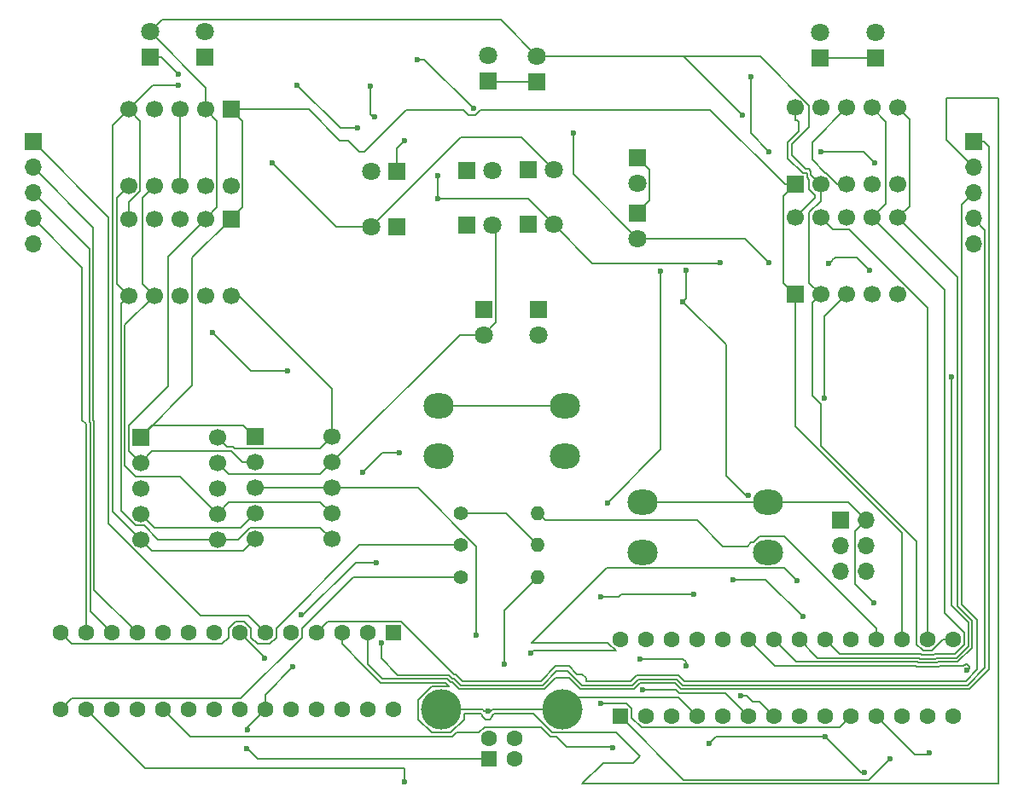
<source format=gbr>
%TF.GenerationSoftware,KiCad,Pcbnew,9.0.0*%
%TF.CreationDate,2025-02-26T11:53:00+01:00*%
%TF.ProjectId,game,67616d65-2e6b-4696-9361-645f70636258,rev?*%
%TF.SameCoordinates,Original*%
%TF.FileFunction,Copper,L1,Top*%
%TF.FilePolarity,Positive*%
%FSLAX46Y46*%
G04 Gerber Fmt 4.6, Leading zero omitted, Abs format (unit mm)*
G04 Created by KiCad (PCBNEW 9.0.0) date 2025-02-26 11:53:00*
%MOMM*%
%LPD*%
G01*
G04 APERTURE LIST*
G04 Aperture macros list*
%AMRoundRect*
0 Rectangle with rounded corners*
0 $1 Rounding radius*
0 $2 $3 $4 $5 $6 $7 $8 $9 X,Y pos of 4 corners*
0 Add a 4 corners polygon primitive as box body*
4,1,4,$2,$3,$4,$5,$6,$7,$8,$9,$2,$3,0*
0 Add four circle primitives for the rounded corners*
1,1,$1+$1,$2,$3*
1,1,$1+$1,$4,$5*
1,1,$1+$1,$6,$7*
1,1,$1+$1,$8,$9*
0 Add four rect primitives between the rounded corners*
20,1,$1+$1,$2,$3,$4,$5,0*
20,1,$1+$1,$4,$5,$6,$7,0*
20,1,$1+$1,$6,$7,$8,$9,0*
20,1,$1+$1,$8,$9,$2,$3,0*%
G04 Aperture macros list end*
%TA.AperFunction,ComponentPad*%
%ADD10C,4.000000*%
%TD*%
%TA.AperFunction,ComponentPad*%
%ADD11C,1.600000*%
%TD*%
%TA.AperFunction,ComponentPad*%
%ADD12R,1.600000X1.600000*%
%TD*%
%TA.AperFunction,ComponentPad*%
%ADD13R,1.700000X1.700000*%
%TD*%
%TA.AperFunction,ComponentPad*%
%ADD14C,1.700000*%
%TD*%
%TA.AperFunction,ComponentPad*%
%ADD15RoundRect,0.250000X-0.550000X0.550000X-0.550000X-0.550000X0.550000X-0.550000X0.550000X0.550000X0*%
%TD*%
%TA.AperFunction,ComponentPad*%
%ADD16RoundRect,0.250000X0.550000X-0.550000X0.550000X0.550000X-0.550000X0.550000X-0.550000X-0.550000X0*%
%TD*%
%TA.AperFunction,ComponentPad*%
%ADD17O,3.000000X2.500000*%
%TD*%
%TA.AperFunction,ComponentPad*%
%ADD18C,1.400000*%
%TD*%
%TA.AperFunction,ComponentPad*%
%ADD19O,1.400000X1.400000*%
%TD*%
%TA.AperFunction,ComponentPad*%
%ADD20O,1.700000X1.700000*%
%TD*%
%TA.AperFunction,ComponentPad*%
%ADD21R,1.800000X1.800000*%
%TD*%
%TA.AperFunction,ComponentPad*%
%ADD22C,1.800000*%
%TD*%
%TA.AperFunction,ViaPad*%
%ADD23C,0.600000*%
%TD*%
%TA.AperFunction,Conductor*%
%ADD24C,0.200000*%
%TD*%
G04 APERTURE END LIST*
D10*
%TO.P,J5,5,Shield*%
%TO.N,GND*%
X155000000Y-150827500D03*
X143000000Y-150827500D03*
D11*
%TO.P,J5,4,GND*%
X147750000Y-153687500D03*
%TO.P,J5,3,D+*%
%TO.N,unconnected-(J5-D+-Pad3)*%
X150250000Y-153687500D03*
%TO.P,J5,2,D-*%
%TO.N,unconnected-(J5-D--Pad2)*%
X150250000Y-155687500D03*
D12*
%TO.P,J5,1,VBUS*%
%TO.N,+5V*%
X147750000Y-155687500D03*
%TD*%
D13*
%TO.P,U10,1,G*%
%TO.N,/G*%
X124517500Y-123747500D03*
D14*
%TO.P,U10,2,F*%
%TO.N,/F*%
X124517500Y-126287500D03*
%TO.P,U10,3,GND*%
%TO.N,/DIG5*%
X124517500Y-128827500D03*
%TO.P,U10,4,E*%
%TO.N,/E*%
X124517500Y-131367500D03*
%TO.P,U10,5,D*%
%TO.N,/D*%
X124517500Y-133907500D03*
%TO.P,U10,6,DP*%
%TO.N,/DP*%
X132137500Y-133907500D03*
%TO.P,U10,7,C*%
%TO.N,/C*%
X132137500Y-131367500D03*
%TO.P,U10,8,GND*%
%TO.N,/DIG5*%
X132137500Y-128827500D03*
%TO.P,U10,9,B*%
%TO.N,/B*%
X132137500Y-126287500D03*
%TO.P,U10,10,A*%
%TO.N,/A*%
X132137500Y-123747500D03*
%TD*%
D13*
%TO.P,U9,1,G*%
%TO.N,/G*%
X113180000Y-123760000D03*
D14*
%TO.P,U9,2,F*%
%TO.N,/F*%
X113180000Y-126300000D03*
%TO.P,U9,3,GND*%
%TO.N,/DIG4*%
X113180000Y-128840000D03*
%TO.P,U9,4,E*%
%TO.N,/E*%
X113180000Y-131380000D03*
%TO.P,U9,5,D*%
%TO.N,/D*%
X113180000Y-133920000D03*
%TO.P,U9,6,DP*%
%TO.N,/DP*%
X120800000Y-133920000D03*
%TO.P,U9,7,C*%
%TO.N,/C*%
X120800000Y-131380000D03*
%TO.P,U9,8,GND*%
%TO.N,/DIG4*%
X120800000Y-128840000D03*
%TO.P,U9,9,B*%
%TO.N,/B*%
X120800000Y-126300000D03*
%TO.P,U9,10,A*%
%TO.N,/A*%
X120800000Y-123760000D03*
%TD*%
D13*
%TO.P,U8,1,G*%
%TO.N,/G*%
X122152500Y-102117500D03*
D14*
%TO.P,U8,2,F*%
%TO.N,/F*%
X119612500Y-102117500D03*
%TO.P,U8,3,GND*%
%TO.N,/DIG3*%
X117072500Y-102117500D03*
%TO.P,U8,4,E*%
%TO.N,/E*%
X114532500Y-102117500D03*
%TO.P,U8,5,D*%
%TO.N,/D*%
X111992500Y-102117500D03*
%TO.P,U8,6,DP*%
%TO.N,/DP*%
X111992500Y-109737500D03*
%TO.P,U8,7,C*%
%TO.N,/C*%
X114532500Y-109737500D03*
%TO.P,U8,8,GND*%
%TO.N,/DIG3*%
X117072500Y-109737500D03*
%TO.P,U8,9,B*%
%TO.N,/B*%
X119612500Y-109737500D03*
%TO.P,U8,10,A*%
%TO.N,/A*%
X122152500Y-109737500D03*
%TD*%
D13*
%TO.P,U7,1,G*%
%TO.N,/G*%
X122152500Y-91217500D03*
D14*
%TO.P,U7,2,F*%
%TO.N,/F*%
X119612500Y-91217500D03*
%TO.P,U7,3,GND*%
%TO.N,/DIG2*%
X117072500Y-91217500D03*
%TO.P,U7,4,E*%
%TO.N,/E*%
X114532500Y-91217500D03*
%TO.P,U7,5,D*%
%TO.N,/D*%
X111992500Y-91217500D03*
%TO.P,U7,6,DP*%
%TO.N,/DP*%
X111992500Y-98837500D03*
%TO.P,U7,7,C*%
%TO.N,/C*%
X114532500Y-98837500D03*
%TO.P,U7,8,GND*%
%TO.N,/DIG2*%
X117072500Y-98837500D03*
%TO.P,U7,9,B*%
%TO.N,/B*%
X119612500Y-98837500D03*
%TO.P,U7,10,A*%
%TO.N,/A*%
X122152500Y-98837500D03*
%TD*%
D13*
%TO.P,U6,1,G*%
%TO.N,/G*%
X178147500Y-98682500D03*
D14*
%TO.P,U6,2,F*%
%TO.N,/F*%
X180687500Y-98682500D03*
%TO.P,U6,3,GND*%
%TO.N,/DIG1*%
X183227500Y-98682500D03*
%TO.P,U6,4,E*%
%TO.N,/E*%
X185767500Y-98682500D03*
%TO.P,U6,5,D*%
%TO.N,/D*%
X188307500Y-98682500D03*
%TO.P,U6,6,DP*%
%TO.N,/DP*%
X188307500Y-91062500D03*
%TO.P,U6,7,C*%
%TO.N,/C*%
X185767500Y-91062500D03*
%TO.P,U6,8,GND*%
%TO.N,/DIG1*%
X183227500Y-91062500D03*
%TO.P,U6,9,B*%
%TO.N,/B*%
X180687500Y-91062500D03*
%TO.P,U6,10,A*%
%TO.N,/A*%
X178147500Y-91062500D03*
%TD*%
D13*
%TO.P,U5,1,G*%
%TO.N,/G*%
X178147500Y-109582500D03*
D14*
%TO.P,U5,2,F*%
%TO.N,/F*%
X180687500Y-109582500D03*
%TO.P,U5,3,GND*%
%TO.N,/DIG0*%
X183227500Y-109582500D03*
%TO.P,U5,4,E*%
%TO.N,/E*%
X185767500Y-109582500D03*
%TO.P,U5,5,D*%
%TO.N,/D*%
X188307500Y-109582500D03*
%TO.P,U5,6,DP*%
%TO.N,/DP*%
X188307500Y-101962500D03*
%TO.P,U5,7,C*%
%TO.N,/C*%
X185767500Y-101962500D03*
%TO.P,U5,8,GND*%
%TO.N,/DIG0*%
X183227500Y-101962500D03*
%TO.P,U5,9,B*%
%TO.N,/B*%
X180687500Y-101962500D03*
%TO.P,U5,10,A*%
%TO.N,/A*%
X178147500Y-101962500D03*
%TD*%
D15*
%TO.P,U2,1,~{RESET}/PC6*%
%TO.N,unconnected-(U2-~{RESET}{slash}PC6-Pad1)*%
X138260000Y-143195000D03*
D11*
%TO.P,U2,2,PD0*%
%TO.N,/PD0*%
X135720000Y-143195000D03*
%TO.P,U2,3,PD1*%
%TO.N,/PD1*%
X133180000Y-143195000D03*
%TO.P,U2,4,PD2*%
%TO.N,/PD2*%
X130640000Y-143195000D03*
%TO.P,U2,5,PD3*%
%TO.N,/PD3*%
X128100000Y-143195000D03*
%TO.P,U2,6,PD4*%
%TO.N,/PD4*%
X125560000Y-143195000D03*
%TO.P,U2,7,VCC*%
%TO.N,+5V*%
X123020000Y-143195000D03*
%TO.P,U2,8,GND*%
%TO.N,GND*%
X120480000Y-143195000D03*
%TO.P,U2,9,XTAL1/PB6*%
%TO.N,unconnected-(U2-XTAL1{slash}PB6-Pad9)*%
X117940000Y-143195000D03*
%TO.P,U2,10,XTAL2/PB7*%
%TO.N,unconnected-(U2-XTAL2{slash}PB7-Pad10)*%
X115400000Y-143195000D03*
%TO.P,U2,11,PD5*%
%TO.N,/PD5*%
X112860000Y-143195000D03*
%TO.P,U2,12,PD6*%
%TO.N,/PD6*%
X110320000Y-143195000D03*
%TO.P,U2,13,PD7*%
%TO.N,/PD7*%
X107780000Y-143195000D03*
%TO.P,U2,14,PB0*%
%TO.N,/PB0*%
X105240000Y-143195000D03*
%TO.P,U2,15,PB1*%
%TO.N,/PB1*%
X105240000Y-150815000D03*
%TO.P,U2,16,PB2*%
%TO.N,/LOAD*%
X107780000Y-150815000D03*
%TO.P,U2,17,PB3*%
%TO.N,MOSI*%
X110320000Y-150815000D03*
%TO.P,U2,18,PB4*%
%TO.N,MISO*%
X112860000Y-150815000D03*
%TO.P,U2,19,PB5*%
%TO.N,SCK*%
X115400000Y-150815000D03*
%TO.P,U2,20,AVCC*%
%TO.N,unconnected-(U2-AVCC-Pad20)*%
X117940000Y-150815000D03*
%TO.P,U2,21,AREF*%
%TO.N,unconnected-(U2-AREF-Pad21)*%
X120480000Y-150815000D03*
%TO.P,U2,22,GND*%
%TO.N,GND*%
X123020000Y-150815000D03*
%TO.P,U2,23,PC0*%
%TO.N,+5V*%
X125560000Y-150815000D03*
%TO.P,U2,24,PC1*%
%TO.N,unconnected-(U2-PC1-Pad24)*%
X128100000Y-150815000D03*
%TO.P,U2,25,PC2*%
%TO.N,unconnected-(U2-PC2-Pad25)*%
X130640000Y-150815000D03*
%TO.P,U2,26,PC3*%
%TO.N,unconnected-(U2-PC3-Pad26)*%
X133180000Y-150815000D03*
%TO.P,U2,27,PC4*%
%TO.N,unconnected-(U2-PC4-Pad27)*%
X135720000Y-150815000D03*
%TO.P,U2,28,PC5*%
%TO.N,unconnected-(U2-PC5-Pad28)*%
X138260000Y-150815000D03*
%TD*%
D16*
%TO.P,U1,1,DIN*%
%TO.N,MOSI*%
X160780000Y-151500000D03*
D11*
%TO.P,U1,2,DIG_0*%
%TO.N,/DIG0*%
X163320000Y-151500000D03*
%TO.P,U1,3,DIG_4*%
%TO.N,/DIG4*%
X165860000Y-151500000D03*
%TO.P,U1,4,GND*%
%TO.N,GND*%
X168400000Y-151500000D03*
%TO.P,U1,5,DIG_6*%
%TO.N,/DIG6*%
X170940000Y-151500000D03*
%TO.P,U1,6,DIG_2*%
%TO.N,/DIG2*%
X173480000Y-151500000D03*
%TO.P,U1,7,DIG_3*%
%TO.N,/DIG3*%
X176020000Y-151500000D03*
%TO.P,U1,8,DIG_7*%
%TO.N,/DIG7*%
X178560000Y-151500000D03*
%TO.P,U1,9,GND*%
%TO.N,GND*%
X181100000Y-151500000D03*
%TO.P,U1,10,DIG_5*%
%TO.N,/DIG5*%
X183640000Y-151500000D03*
%TO.P,U1,11,DIG_1*%
%TO.N,/DIG1*%
X186180000Y-151500000D03*
%TO.P,U1,12,LOAD*%
%TO.N,/LOAD*%
X188720000Y-151500000D03*
%TO.P,U1,13,CLK*%
%TO.N,SCK*%
X191260000Y-151500000D03*
%TO.P,U1,14,SEG_A*%
%TO.N,/A*%
X193800000Y-151500000D03*
%TO.P,U1,15,SEG_F*%
%TO.N,/F*%
X193800000Y-143880000D03*
%TO.P,U1,16,SEG_B*%
%TO.N,/B*%
X191260000Y-143880000D03*
%TO.P,U1,17,SEG_G*%
%TO.N,/G*%
X188720000Y-143880000D03*
%TO.P,U1,18,ISET*%
%TO.N,Net-(U1-ISET)*%
X186180000Y-143880000D03*
%TO.P,U1,19,V+*%
%TO.N,+5V*%
X183640000Y-143880000D03*
%TO.P,U1,20,SEG_C*%
%TO.N,/C*%
X181100000Y-143880000D03*
%TO.P,U1,21,SEG_E*%
%TO.N,/E*%
X178560000Y-143880000D03*
%TO.P,U1,22,SEG_DP*%
%TO.N,/DP*%
X176020000Y-143880000D03*
%TO.P,U1,23,SEG_D*%
%TO.N,/D*%
X173480000Y-143880000D03*
%TO.P,U1,24,DOUT*%
%TO.N,unconnected-(U1-DOUT-Pad24)*%
X170940000Y-143880000D03*
%TO.P,U1,25*%
%TO.N,N/C*%
X168400000Y-143880000D03*
%TO.P,U1,26*%
X165860000Y-143880000D03*
%TO.P,U1,27*%
X163320000Y-143880000D03*
%TO.P,U1,28*%
X160780000Y-143880000D03*
%TD*%
D17*
%TO.P,SW4,1,1*%
%TO.N,+5V*%
X162950000Y-130200000D03*
X175450000Y-130200000D03*
%TO.P,SW4,2,2*%
%TO.N,unconnected-(SW4-Pad2)*%
X162950000Y-135200000D03*
%TO.N,unconnected-(SW4-Pad2)_1*%
X175450000Y-135200000D03*
%TD*%
%TO.P,SW3,1,1*%
%TO.N,+5V*%
X142750000Y-120700000D03*
X155250000Y-120700000D03*
%TO.P,SW3,2,2*%
%TO.N,unconnected-(SW3-Pad2)*%
X142750000Y-125700000D03*
%TO.N,unconnected-(SW3-Pad2)_1*%
X155250000Y-125700000D03*
%TD*%
D18*
%TO.P,R3,1*%
%TO.N,/PB1*%
X144980000Y-137650000D03*
D19*
%TO.P,R3,2*%
%TO.N,GND*%
X152600000Y-137650000D03*
%TD*%
D18*
%TO.P,R2,1*%
%TO.N,/PB0*%
X144980000Y-134500000D03*
D19*
%TO.P,R2,2*%
%TO.N,GND*%
X152600000Y-134500000D03*
%TD*%
D18*
%TO.P,R1,1*%
%TO.N,GND*%
X144980000Y-131350000D03*
D19*
%TO.P,R1,2*%
%TO.N,Net-(U1-ISET)*%
X152600000Y-131350000D03*
%TD*%
D13*
%TO.P,J6,1,Pin_1*%
%TO.N,MISO*%
X182650000Y-131975000D03*
D20*
%TO.P,J6,2,Pin_2*%
%TO.N,+5V*%
X185190000Y-131975000D03*
%TO.P,J6,3,Pin_3*%
%TO.N,SCK*%
X182650000Y-134515000D03*
%TO.P,J6,4,Pin_4*%
%TO.N,MOSI*%
X185190000Y-134515000D03*
%TO.P,J6,5,Pin_5*%
%TO.N,Reset*%
X182650000Y-137055000D03*
%TO.P,J6,6,Pin_6*%
%TO.N,GND*%
X185190000Y-137055000D03*
%TD*%
D13*
%TO.P,J4,1,Pin_1*%
%TO.N,/PD4*%
X102500000Y-94420000D03*
D20*
%TO.P,J4,2,Pin_2*%
%TO.N,/PD5*%
X102500000Y-96960000D03*
%TO.P,J4,3,Pin_3*%
%TO.N,/PD6*%
X102500000Y-99500000D03*
%TO.P,J4,4,Pin_4*%
%TO.N,/PD7*%
X102500000Y-102040000D03*
%TO.P,J4,5,Pin_5*%
%TO.N,GND*%
X102500000Y-104580000D03*
%TD*%
D13*
%TO.P,J3,1,Pin_1*%
%TO.N,/PD0*%
X195800000Y-94440000D03*
D20*
%TO.P,J3,2,Pin_2*%
%TO.N,/PD1*%
X195800000Y-96980000D03*
%TO.P,J3,3,Pin_3*%
%TO.N,/PD2*%
X195800000Y-99520000D03*
%TO.P,J3,4,Pin_4*%
%TO.N,/PD3*%
X195800000Y-102060000D03*
%TO.P,J3,5,Pin_5*%
%TO.N,GND*%
X195800000Y-104600000D03*
%TD*%
D21*
%TO.P,D16,1,K*%
%TO.N,/DIG7*%
X119570000Y-86070000D03*
D22*
%TO.P,D16,2,A*%
%TO.N,/DP*%
X119570000Y-83530000D03*
%TD*%
D21*
%TO.P,D15,1,K*%
%TO.N,/DIG7*%
X114100000Y-86070000D03*
D22*
%TO.P,D15,2,A*%
%TO.N,/F*%
X114100000Y-83530000D03*
%TD*%
D21*
%TO.P,D14,1,K*%
%TO.N,/DIG7*%
X186100000Y-86100000D03*
D22*
%TO.P,D14,2,A*%
%TO.N,/F*%
X186100000Y-83560000D03*
%TD*%
D21*
%TO.P,D13,1,K*%
%TO.N,/DIG7*%
X180630000Y-86100000D03*
D22*
%TO.P,D13,2,A*%
%TO.N,/E*%
X180630000Y-83560000D03*
%TD*%
D21*
%TO.P,D12,1,K*%
%TO.N,/DIG7*%
X138640000Y-97400000D03*
D22*
%TO.P,D12,2,A*%
%TO.N,/D*%
X136100000Y-97400000D03*
%TD*%
D21*
%TO.P,D11,1,K*%
%TO.N,/DIG7*%
X138640000Y-102870000D03*
D22*
%TO.P,D11,2,A*%
%TO.N,/C*%
X136100000Y-102870000D03*
%TD*%
D21*
%TO.P,D10,1,K*%
%TO.N,/DIG7*%
X147200000Y-111060000D03*
D22*
%TO.P,D10,2,A*%
%TO.N,/B*%
X147200000Y-113600000D03*
%TD*%
D21*
%TO.P,D9,1,K*%
%TO.N,/DIG7*%
X152670000Y-111060000D03*
D22*
%TO.P,D9,2,A*%
%TO.N,/A*%
X152670000Y-113600000D03*
%TD*%
D21*
%TO.P,D8,1,K*%
%TO.N,/DIG6*%
X162500000Y-101500000D03*
D22*
%TO.P,D8,2,A*%
%TO.N,/DP*%
X162500000Y-104040000D03*
%TD*%
D21*
%TO.P,D7,1,K*%
%TO.N,/DIG6*%
X162500000Y-96000000D03*
D22*
%TO.P,D7,2,A*%
%TO.N,/F*%
X162500000Y-98540000D03*
%TD*%
D21*
%TO.P,D6,1,K*%
%TO.N,/DIG6*%
X152500000Y-88470000D03*
D22*
%TO.P,D6,2,A*%
%TO.N,/F*%
X152500000Y-85930000D03*
%TD*%
D21*
%TO.P,D5,1,K*%
%TO.N,/DIG6*%
X147700000Y-88400000D03*
D22*
%TO.P,D5,2,A*%
%TO.N,/E*%
X147700000Y-85860000D03*
%TD*%
D21*
%TO.P,D4,1,K*%
%TO.N,/DIG6*%
X151660000Y-102670000D03*
D22*
%TO.P,D4,2,A*%
%TO.N,/D*%
X154200000Y-102670000D03*
%TD*%
D21*
%TO.P,D3,1,K*%
%TO.N,/DIG6*%
X151660000Y-97200000D03*
D22*
%TO.P,D3,2,A*%
%TO.N,/C*%
X154200000Y-97200000D03*
%TD*%
D21*
%TO.P,D2,1,K*%
%TO.N,/DIG6*%
X145560000Y-102730000D03*
D22*
%TO.P,D2,2,A*%
%TO.N,/B*%
X148100000Y-102730000D03*
%TD*%
D21*
%TO.P,D1,1,K*%
%TO.N,/DIG6*%
X145560000Y-97260000D03*
D22*
%TO.P,D1,2,A*%
%TO.N,/A*%
X148100000Y-97260000D03*
%TD*%
D23*
%TO.N,GND*%
X184980871Y-157050000D03*
%TO.N,+5V*%
X129100000Y-141400000D03*
X136600000Y-136200000D03*
X135200000Y-127300000D03*
X138816502Y-125339967D03*
X125500000Y-145700000D03*
X128300000Y-146600000D03*
X123800000Y-152800000D03*
X123700000Y-154700000D03*
%TO.N,GND*%
X169600000Y-154200000D03*
X181100000Y-153500000D03*
%TO.N,+5V*%
X185900000Y-140200000D03*
%TO.N,GND*%
X149300000Y-146300000D03*
X147617940Y-150974689D03*
%TO.N,/DIG5*%
X146500000Y-143400000D03*
X158839293Y-150251000D03*
%TO.N,/DIG1*%
X191401748Y-155101748D03*
%TO.N,/DIG7*%
X139400000Y-94300000D03*
X136400000Y-92000000D03*
X136000000Y-88900000D03*
X116900000Y-87700000D03*
X167300000Y-107200000D03*
X175500000Y-95400000D03*
X173700000Y-88000000D03*
X167000000Y-110300000D03*
X173489289Y-129550000D03*
X172000000Y-137900000D03*
X178900000Y-141600000D03*
%TO.N,/DIG6*%
X167300000Y-146500000D03*
X162700000Y-145800000D03*
X159500000Y-130300000D03*
X164800000Y-107300000D03*
%TO.N,/F*%
X172900000Y-91800000D03*
%TO.N,/DIG3*%
X120300000Y-113400000D03*
X127800000Y-117200000D03*
X158850000Y-139646831D03*
X168100000Y-139400000D03*
X172700000Y-149450000D03*
%TO.N,/DIG2*%
X163000000Y-148850000D03*
%TO.N,SCK*%
X160000000Y-154600000D03*
%TO.N,MOSI*%
X187500000Y-155700000D03*
%TO.N,MISO*%
X178300000Y-138000000D03*
X151866111Y-145251000D03*
%TO.N,/LOAD*%
X139400000Y-158000000D03*
%TO.N,/PD3*%
X137047700Y-144193761D03*
%TO.N,/D*%
X195150000Y-146896142D03*
X186000000Y-96500000D03*
X180700000Y-95400000D03*
X170700000Y-106400000D03*
X142700000Y-100100000D03*
X142700000Y-97800000D03*
X134700000Y-93100000D03*
X128700000Y-88800000D03*
X116900000Y-88800000D03*
%TO.N,/DP*%
X185500000Y-107200000D03*
X181426500Y-106509278D03*
X175500000Y-106400000D03*
X156100000Y-93600000D03*
X146210000Y-91109620D03*
X140650000Y-86250000D03*
%TO.N,/E*%
X193599004Y-117817091D03*
%TO.N,/DIG0*%
X181049291Y-119912801D03*
%TO.N,/C*%
X126200000Y-96500000D03*
%TD*%
D24*
%TO.N,GND*%
X184650000Y-157050000D02*
X181100000Y-153500000D01*
X184980871Y-157050000D02*
X184650000Y-157050000D01*
%TO.N,MOSI*%
X185400000Y-157800000D02*
X167080000Y-157800000D01*
X187500000Y-155700000D02*
X185400000Y-157800000D01*
%TO.N,/PD1*%
X133180000Y-144326370D02*
X133180000Y-143195000D01*
X135319000Y-146466784D02*
X135319000Y-146465370D01*
X137034216Y-148182000D02*
X135319000Y-146466784D01*
X143777774Y-148526500D02*
X143433274Y-148182000D01*
X142046894Y-148526500D02*
X143777774Y-148526500D01*
X140699000Y-151780606D02*
X140699000Y-149874394D01*
X142046894Y-153128500D02*
X140699000Y-151780606D01*
X143953106Y-153128500D02*
X142046894Y-153128500D01*
X145301000Y-151780606D02*
X143953106Y-153128500D01*
X140699000Y-149874394D02*
X142046894Y-148526500D01*
X146961400Y-151228500D02*
X145301000Y-151228500D01*
X148101000Y-151507521D02*
X147807521Y-151801000D01*
X148101000Y-151366100D02*
X148101000Y-151507521D01*
X145301000Y-151228500D02*
X145301000Y-151780606D01*
X148238600Y-151228500D02*
X148101000Y-151366100D01*
X147099000Y-151366100D02*
X146961400Y-151228500D01*
X152146894Y-151228500D02*
X148238600Y-151228500D01*
X154046894Y-153128500D02*
X152146894Y-151228500D01*
X160394185Y-153128500D02*
X154046894Y-153128500D01*
X162700000Y-155434315D02*
X160394185Y-153128500D01*
X147099000Y-151507521D02*
X147099000Y-151366100D01*
X162034315Y-156100000D02*
X162700000Y-155434315D01*
X159066629Y-156100000D02*
X162034315Y-156100000D01*
X166913315Y-158199000D02*
X156967629Y-158199000D01*
X156967629Y-158199000D02*
X159066629Y-156100000D01*
X166914314Y-158200000D02*
X166913315Y-158199000D01*
X185565685Y-158200000D02*
X166914314Y-158200000D01*
X143433274Y-148182000D02*
X137034216Y-148182000D01*
X185566686Y-158199000D02*
X185565685Y-158200000D01*
X135319000Y-146465370D02*
X133180000Y-144326370D01*
X198299000Y-158199000D02*
X185566686Y-158199000D01*
X198299000Y-90101000D02*
X198299000Y-158199000D01*
X147392479Y-151801000D02*
X147099000Y-151507521D01*
X198298000Y-90100000D02*
X198299000Y-90101000D01*
X193100000Y-90100000D02*
X198298000Y-90100000D01*
X195800000Y-96980000D02*
X193100000Y-94280000D01*
X193100000Y-94280000D02*
X193100000Y-90100000D01*
%TO.N,MOSI*%
X167080000Y-157800000D02*
X160780000Y-151500000D01*
%TO.N,/PD1*%
X147807521Y-151801000D02*
X147392479Y-151801000D01*
%TO.N,/DIG1*%
X191280760Y-155300000D02*
X191401748Y-155179012D01*
X189980000Y-155300000D02*
X191280760Y-155300000D01*
X186180000Y-151500000D02*
X189980000Y-155300000D01*
X191401748Y-155179012D02*
X191401748Y-155101748D01*
%TO.N,/D*%
X195432327Y-146761318D02*
X195337604Y-146856041D01*
X195432327Y-146651567D02*
X195432327Y-146761318D01*
X195416041Y-146595528D02*
X195416041Y-146635281D01*
X195416041Y-146635281D02*
X195432327Y-146651567D01*
X195250873Y-146425726D02*
X195250873Y-146430360D01*
X195117878Y-146292731D02*
X195250873Y-146425726D01*
X195337604Y-146856041D02*
X195324763Y-146856041D01*
X195041046Y-146292731D02*
X195117878Y-146292731D01*
X194833777Y-146500000D02*
X195041046Y-146292731D01*
X190140212Y-146580000D02*
X192379794Y-146580000D01*
X190060212Y-146500000D02*
X190140212Y-146580000D01*
X176100000Y-146500000D02*
X190060212Y-146500000D01*
X192459795Y-146500000D02*
X194833777Y-146500000D01*
X195324763Y-146856041D02*
X195284662Y-146896142D01*
X195250873Y-146430360D02*
X195416041Y-146595528D01*
X192379794Y-146580000D02*
X192459795Y-146500000D01*
X173480000Y-143880000D02*
X176100000Y-146500000D01*
X195284662Y-146896142D02*
X195150000Y-146896142D01*
%TO.N,+5V*%
X136600000Y-136200000D02*
X134500000Y-136200000D01*
X134500000Y-136200000D02*
X129200000Y-141500000D01*
X137160033Y-125339967D02*
X135200000Y-127300000D01*
X138816502Y-125339967D02*
X137160033Y-125339967D01*
X142750000Y-120700000D02*
X155250000Y-120700000D01*
X125500000Y-145675000D02*
X123020000Y-143195000D01*
X125500000Y-145700000D02*
X125500000Y-145675000D01*
%TO.N,/PB0*%
X121274050Y-144296000D02*
X106341000Y-144296000D01*
X121919000Y-143651050D02*
X121274050Y-144296000D01*
X121919000Y-142738950D02*
X121919000Y-143651050D01*
X122563950Y-142094000D02*
X121919000Y-142738950D01*
X123476050Y-142094000D02*
X122563950Y-142094000D01*
X126016050Y-144296000D02*
X124765950Y-144296000D01*
X124765950Y-144296000D02*
X124121000Y-143651050D01*
X124121000Y-143651050D02*
X124121000Y-142738950D01*
X126661000Y-142738950D02*
X126661000Y-143651050D01*
X134899950Y-134500000D02*
X126661000Y-142738950D01*
X144980000Y-134500000D02*
X134899950Y-134500000D01*
X126661000Y-143651050D02*
X126016050Y-144296000D01*
X106341000Y-144296000D02*
X105240000Y-143195000D01*
X124121000Y-142738950D02*
X123476050Y-142094000D01*
%TO.N,+5V*%
X125560000Y-149340000D02*
X128300000Y-146600000D01*
X125560000Y-150815000D02*
X125560000Y-149340000D01*
X123800000Y-152800000D02*
X123800000Y-152575000D01*
X123800000Y-152575000D02*
X125560000Y-150815000D01*
X124787500Y-155687500D02*
X123800000Y-154700000D01*
X147750000Y-155687500D02*
X124787500Y-155687500D01*
%TO.N,GND*%
X156226500Y-149601000D02*
X155000000Y-150827500D01*
X166501000Y-149601000D02*
X156226500Y-149601000D01*
X168400000Y-151500000D02*
X166501000Y-149601000D01*
%TO.N,SCK*%
X159900000Y-154500000D02*
X160000000Y-154600000D01*
X155418394Y-154500000D02*
X159900000Y-154500000D01*
X154446894Y-153528500D02*
X155418394Y-154500000D01*
X153881209Y-153528500D02*
X154446894Y-153528500D01*
X152939208Y-152586500D02*
X153881209Y-153528500D01*
X147293950Y-152586500D02*
X152939208Y-152586500D01*
X146751950Y-153128500D02*
X147293950Y-152586500D01*
X144118792Y-153528500D02*
X144518792Y-153128500D01*
X118113500Y-153528500D02*
X144118792Y-153528500D01*
X115400000Y-150815000D02*
X118113500Y-153528500D01*
%TO.N,/DIG5*%
X161417160Y-150251000D02*
X158839293Y-150251000D01*
X161881000Y-150714840D02*
X161417160Y-150251000D01*
X161881000Y-151618050D02*
X161881000Y-150714840D01*
X162863950Y-152601000D02*
X161881000Y-151618050D01*
X182539000Y-152601000D02*
X162863950Y-152601000D01*
X183640000Y-151500000D02*
X182539000Y-152601000D01*
%TO.N,GND*%
X147274689Y-150974689D02*
X147617940Y-150974689D01*
X147127500Y-150827500D02*
X147274689Y-150974689D01*
X143000000Y-150827500D02*
X147127500Y-150827500D01*
X147925311Y-150974689D02*
X147617940Y-150974689D01*
X148072500Y-150827500D02*
X147925311Y-150974689D01*
X155000000Y-150827500D02*
X148072500Y-150827500D01*
%TO.N,/PD2*%
X131741000Y-142094000D02*
X130640000Y-143195000D01*
X139045160Y-142094000D02*
X131741000Y-142094000D01*
X144277661Y-147326501D02*
X139045160Y-142094000D01*
X152876336Y-148000000D02*
X145123662Y-148000000D01*
X155676661Y-146500000D02*
X154376336Y-146500000D01*
X156476661Y-147300000D02*
X155676661Y-146500000D01*
X156965686Y-147300000D02*
X156476661Y-147300000D01*
X157357976Y-147692290D02*
X156965686Y-147300000D01*
X161799389Y-148000000D02*
X157357976Y-148000000D01*
X157357976Y-148000000D02*
X157357976Y-147692290D01*
X162399389Y-147400000D02*
X161799389Y-148000000D01*
X144450159Y-147326499D02*
X144277661Y-147326501D01*
X167162735Y-148000000D02*
X166562735Y-147400000D01*
X154376336Y-146500000D02*
X152876336Y-148000000D01*
X195065767Y-148000000D02*
X167162735Y-148000000D01*
X196201000Y-146864767D02*
X195065767Y-148000000D01*
X196201000Y-141947744D02*
X196201000Y-146864767D01*
X194649000Y-140395744D02*
X196201000Y-141947744D01*
X195800000Y-99520000D02*
X194649000Y-100671000D01*
X166562735Y-147400000D02*
X162399389Y-147400000D01*
X194649000Y-100671000D02*
X194649000Y-140395744D01*
%TO.N,/PD3*%
X161965075Y-148400000D02*
X156957976Y-148400000D01*
X166997052Y-148400000D02*
X166397052Y-147800000D01*
X196950000Y-146681452D02*
X195231452Y-148400000D01*
X195231452Y-148400000D02*
X166997052Y-148400000D01*
%TO.N,/PD0*%
X135720000Y-146300684D02*
X135720000Y-143195000D01*
X143944874Y-148126500D02*
X143599373Y-147781000D01*
X144118794Y-148126503D02*
X143946301Y-148126505D01*
%TO.N,/PD3*%
X195800000Y-102060000D02*
X196950000Y-103210000D01*
%TO.N,/PD0*%
X153207706Y-148800000D02*
X144792291Y-148800000D01*
X143599373Y-147781000D02*
X137200316Y-147781000D01*
X166831369Y-148800000D02*
X166231369Y-148200000D01*
X155692290Y-147700000D02*
X154307706Y-147700000D01*
X195397137Y-148800000D02*
X166831369Y-148800000D01*
X156792290Y-148800000D02*
X155692290Y-147700000D01*
X197351000Y-146846137D02*
X195397137Y-148800000D01*
%TO.N,/PD2*%
X145123662Y-148000000D02*
X144450159Y-147326499D01*
%TO.N,/PD0*%
X197351000Y-94941000D02*
X197351000Y-146846137D01*
X196850000Y-94440000D02*
X197351000Y-94941000D01*
%TO.N,/PD3*%
X196950000Y-103210000D02*
X196950000Y-146681452D01*
%TO.N,/PD0*%
X195800000Y-94440000D02*
X196850000Y-94440000D01*
%TO.N,/DIG2*%
X166665686Y-149200000D02*
X166315686Y-148850000D01*
X171180000Y-149200000D02*
X166665686Y-149200000D01*
%TO.N,/PD0*%
X162730761Y-148200000D02*
X162130761Y-148800000D01*
%TO.N,/DIG2*%
X173480000Y-151500000D02*
X171180000Y-149200000D01*
X166315686Y-148850000D02*
X163000000Y-148850000D01*
%TO.N,SCK*%
X144518792Y-153128500D02*
X146751950Y-153128500D01*
%TO.N,/PD0*%
X144792291Y-148800000D02*
X144118794Y-148126503D01*
X154307706Y-147700000D02*
X153207706Y-148800000D01*
X166231369Y-148200000D02*
X162730761Y-148200000D01*
%TO.N,/PD3*%
X162565075Y-147800000D02*
X161965075Y-148400000D01*
%TO.N,/PD0*%
X137200316Y-147781000D02*
X135720000Y-146300684D01*
X162130761Y-148800000D02*
X156792290Y-148800000D01*
%TO.N,/PD3*%
X166397052Y-147800000D02*
X162565075Y-147800000D01*
%TO.N,/PD0*%
X143946301Y-148126505D02*
X143946292Y-148126500D01*
X143946292Y-148126500D02*
X143944874Y-148126500D01*
%TO.N,GND*%
X170300000Y-153500000D02*
X169600000Y-154200000D01*
X181100000Y-153500000D02*
X170300000Y-153500000D01*
%TO.N,+5V*%
X184039000Y-133126000D02*
X184039000Y-138339000D01*
X185190000Y-131975000D02*
X184039000Y-133126000D01*
X184039000Y-138339000D02*
X185900000Y-140200000D01*
X183415000Y-130200000D02*
X185190000Y-131975000D01*
X175450000Y-130200000D02*
X183415000Y-130200000D01*
X162950000Y-130200000D02*
X175450000Y-130200000D01*
%TO.N,/DIG7*%
X173269240Y-129550000D02*
X173489289Y-129550000D01*
X171300000Y-127580760D02*
X173269240Y-129550000D01*
X171300000Y-114600000D02*
X171300000Y-127580760D01*
X167000000Y-110300000D02*
X171300000Y-114600000D01*
%TO.N,Net-(U1-ISET)*%
X186180000Y-142748630D02*
X186180000Y-143880000D01*
X174557555Y-133649000D02*
X177080370Y-133649000D01*
X170934314Y-134600000D02*
X173365686Y-134600000D01*
X152600000Y-131350000D02*
X153300000Y-132050000D01*
X174006555Y-134200000D02*
X174557555Y-133649000D01*
X153300000Y-132050000D02*
X168384314Y-132050000D01*
X177080370Y-133649000D02*
X186180000Y-142748630D01*
X173365686Y-134600000D02*
X173765686Y-134200000D01*
X168384314Y-132050000D02*
X170934314Y-134600000D01*
X173765686Y-134200000D02*
X174006555Y-134200000D01*
%TO.N,GND*%
X149450000Y-131350000D02*
X152600000Y-134500000D01*
X144980000Y-131350000D02*
X149450000Y-131350000D01*
X149300000Y-140950000D02*
X152600000Y-137650000D01*
X149300000Y-146300000D02*
X149300000Y-140950000D01*
%TO.N,/PD3*%
X138680000Y-147380000D02*
X137047700Y-145747700D01*
X144110561Y-147726501D02*
X143764060Y-147380000D01*
X144111975Y-147726501D02*
X144110561Y-147726501D01*
X144111981Y-147726503D02*
X144111975Y-147726501D01*
X144957977Y-148400000D02*
X144284477Y-147726501D01*
X143764060Y-147380000D02*
X138680000Y-147380000D01*
X153042021Y-148400000D02*
X144957977Y-148400000D01*
X154442021Y-147000000D02*
X153042021Y-148400000D01*
X137047700Y-145747700D02*
X137047700Y-144193761D01*
X144284477Y-147726501D02*
X144111981Y-147726503D01*
X155557976Y-147000000D02*
X154442021Y-147000000D01*
X156957976Y-148400000D02*
X155557976Y-147000000D01*
X156957976Y-148400000D02*
X156960098Y-148397878D01*
X156960098Y-148397878D02*
X156290720Y-147728500D01*
%TO.N,/DIG3*%
X160653169Y-139646831D02*
X160900000Y-139400000D01*
X158850000Y-139646831D02*
X160653169Y-139646831D01*
X160900000Y-139400000D02*
X168100000Y-139400000D01*
%TO.N,/DIG5*%
X140723128Y-128827500D02*
X132137500Y-128827500D01*
X146500000Y-143400000D02*
X146500000Y-134604372D01*
X146500000Y-134604372D02*
X140723128Y-128827500D01*
%TO.N,/F*%
X191717049Y-144980000D02*
X192817050Y-143880000D01*
X190722959Y-144900002D02*
X190802957Y-144980000D01*
X190722952Y-144900002D02*
X190722959Y-144900002D01*
X190159000Y-144336050D02*
X190722952Y-144900002D01*
X190159000Y-134154412D02*
X190159000Y-144336050D01*
X180687500Y-124682912D02*
X190159000Y-134154412D01*
X180687500Y-120470249D02*
X180687500Y-124682912D01*
X179837500Y-119620249D02*
X180687500Y-120470249D01*
X180687500Y-109582500D02*
X179837500Y-110432500D01*
%TO.N,/DIG0*%
X181049291Y-111760709D02*
X181049291Y-119912801D01*
%TO.N,/F*%
X190802957Y-144980000D02*
X191717049Y-144980000D01*
%TO.N,/DIG0*%
X183227500Y-109582500D02*
X181049291Y-111760709D01*
%TO.N,/DP*%
X181537891Y-106509278D02*
X181426500Y-106509278D01*
X181609073Y-106438096D02*
X181537891Y-106509278D01*
X181796141Y-106233491D02*
X181713751Y-106315881D01*
X182100000Y-105900000D02*
X181796141Y-106203859D01*
%TO.N,/F*%
X192817050Y-143880000D02*
X193800000Y-143880000D01*
%TO.N,/DP*%
X184200000Y-105900000D02*
X182100000Y-105900000D01*
%TO.N,/F*%
X179837500Y-110432500D02*
X179837500Y-119620249D01*
%TO.N,/DP*%
X185500000Y-107200000D02*
X184200000Y-105900000D01*
X181796141Y-106203859D02*
X181796141Y-106233491D01*
X181713751Y-106315881D02*
X181713751Y-106343751D01*
X181713751Y-106343751D02*
X181619406Y-106438096D01*
X181619406Y-106438096D02*
X181609073Y-106438096D01*
%TO.N,/DIG7*%
X139400000Y-94300000D02*
X138640000Y-95060000D01*
X138640000Y-95060000D02*
X138640000Y-97400000D01*
X136000000Y-91700000D02*
X136400000Y-92100000D01*
X136000000Y-88900000D02*
X136000000Y-91700000D01*
X115270000Y-86070000D02*
X116900000Y-87700000D01*
X114100000Y-86070000D02*
X115270000Y-86070000D01*
%TO.N,/DP*%
X141350380Y-86250000D02*
X140650000Y-86250000D01*
X146210000Y-91109620D02*
X141350380Y-86250000D01*
%TO.N,/DIG7*%
X167300000Y-107200000D02*
X167300000Y-110000000D01*
X167300000Y-110000000D02*
X167000000Y-110300000D01*
X173700000Y-93600000D02*
X175500000Y-95400000D01*
X173700000Y-88000000D02*
X173700000Y-93600000D01*
X186100000Y-86100000D02*
X180630000Y-86100000D01*
X175200000Y-137900000D02*
X172000000Y-137900000D01*
X178900000Y-141600000D02*
X175200000Y-137900000D01*
%TO.N,/DIG6*%
X167300000Y-146100000D02*
X167300000Y-146500000D01*
X167000000Y-145800000D02*
X167300000Y-146100000D01*
X162700000Y-145800000D02*
X167000000Y-145800000D01*
%TO.N,/DIG3*%
X173944997Y-150044997D02*
X173350000Y-149450000D01*
X174500000Y-150044997D02*
X173944997Y-150044997D01*
%TO.N,MISO*%
X160323950Y-144981000D02*
X160303950Y-145001000D01*
X159541950Y-144199000D02*
X160323950Y-144981000D01*
X159449000Y-136751000D02*
X152001000Y-144199000D01*
X177051000Y-136751000D02*
X159449000Y-136751000D01*
X178300000Y-138000000D02*
X177051000Y-136751000D01*
X152001000Y-144199000D02*
X159541950Y-144199000D01*
X152116111Y-145001000D02*
X151866111Y-145251000D01*
X160303950Y-145001000D02*
X152116111Y-145001000D01*
%TO.N,/DIG3*%
X173350000Y-149450000D02*
X172700000Y-149450000D01*
%TO.N,/DIG6*%
X164800000Y-125000000D02*
X159500000Y-130300000D01*
X164800000Y-107300000D02*
X164800000Y-125000000D01*
%TO.N,/G*%
X177097500Y-98682500D02*
X178147500Y-98682500D01*
X169715000Y-91300000D02*
X177097500Y-98682500D01*
X146878859Y-91300000D02*
X169715000Y-91300000D01*
X145680761Y-91759620D02*
X146419239Y-91759620D01*
X145221141Y-91300000D02*
X145680761Y-91759620D01*
X139500000Y-91300000D02*
X145221141Y-91300000D01*
X146419239Y-91759620D02*
X146878859Y-91300000D01*
X135400000Y-95400000D02*
X139500000Y-91300000D01*
X134865685Y-95400000D02*
X135400000Y-95400000D01*
X132967158Y-94332842D02*
X133798527Y-94332842D01*
X133798527Y-94332842D02*
X134865685Y-95400000D01*
%TO.N,/DIG6*%
X147770000Y-88470000D02*
X147700000Y-88400000D01*
X152500000Y-88470000D02*
X147770000Y-88470000D01*
%TO.N,/F*%
X167030000Y-85930000D02*
X152500000Y-85930000D01*
X172900000Y-91800000D02*
X167030000Y-85930000D01*
%TO.N,/DIG6*%
X163701000Y-97201000D02*
X162500000Y-96000000D01*
X163701000Y-100299000D02*
X163701000Y-97201000D01*
X162500000Y-101500000D02*
X163701000Y-100299000D01*
%TO.N,/G*%
X118300000Y-105970000D02*
X122152500Y-102117500D01*
X118300000Y-118640000D02*
X118300000Y-105970000D01*
X113180000Y-123760000D02*
X118300000Y-118640000D01*
%TO.N,/DIG3*%
X124100000Y-117200000D02*
X120300000Y-113400000D01*
X127800000Y-117200000D02*
X124100000Y-117200000D01*
%TO.N,/A*%
X122937500Y-109737500D02*
X122152500Y-109737500D01*
X132137500Y-118937500D02*
X122937500Y-109737500D01*
X132137500Y-123747500D02*
X132137500Y-118937500D01*
%TO.N,/DIG3*%
X174500000Y-150044997D02*
X174462646Y-150044997D01*
X176020000Y-151500000D02*
X174564997Y-150044997D01*
X174564997Y-150044997D02*
X174500000Y-150044997D01*
%TO.N,/LOAD*%
X139300000Y-156650000D02*
X139400000Y-156750000D01*
X113615000Y-156650000D02*
X139300000Y-156650000D01*
X107780000Y-150815000D02*
X113615000Y-156650000D01*
X139400000Y-156750000D02*
X139400000Y-158000000D01*
%TO.N,/PB1*%
X106341000Y-149714000D02*
X105240000Y-150815000D01*
X134289950Y-137650000D02*
X129201000Y-142738950D01*
X129201000Y-142738950D02*
X129201000Y-143651050D01*
X144980000Y-137650000D02*
X134289950Y-137650000D01*
X129201000Y-143651050D02*
X123138050Y-149714000D01*
X123138050Y-149714000D02*
X106341000Y-149714000D01*
%TO.N,/C*%
X192949004Y-109144004D02*
X185767500Y-101962500D01*
X192949004Y-141257204D02*
X192949004Y-109144004D01*
X194901000Y-143209200D02*
X192949004Y-141257204D01*
X194901000Y-144336050D02*
X194901000Y-143209200D01*
X193937050Y-145300000D02*
X194901000Y-144336050D01*
X191962735Y-145300000D02*
X193937050Y-145300000D01*
X191882736Y-145380000D02*
X191962735Y-145300000D01*
X190637270Y-145380000D02*
X191882736Y-145380000D01*
X190557274Y-145300002D02*
X190637270Y-145380000D01*
X182520000Y-145300000D02*
X190557274Y-145300002D01*
X181100000Y-143880000D02*
X182520000Y-145300000D01*
%TO.N,/E*%
X193599004Y-140477118D02*
X193599004Y-117817091D01*
X195301000Y-142179115D02*
X193599004Y-140477118D01*
X195301000Y-144501735D02*
X195301000Y-142179115D01*
X194102736Y-145700000D02*
X195301000Y-144501735D01*
X192128423Y-145700000D02*
X194102736Y-145700000D01*
X190471584Y-145780000D02*
X192048422Y-145780000D01*
X190391586Y-145700001D02*
X190471584Y-145780000D01*
X180380000Y-145700000D02*
X190391586Y-145700001D01*
X178560000Y-143880000D02*
X180380000Y-145700000D01*
%TO.N,/DP*%
X178240000Y-146100000D02*
X176020000Y-143880000D01*
X190225898Y-146100000D02*
X178240000Y-146100000D01*
X190305897Y-146180000D02*
X190225898Y-146100000D01*
X192214108Y-146180000D02*
X190305897Y-146180000D01*
X192294108Y-146100000D02*
X192214108Y-146180000D01*
X194268420Y-146100000D02*
X192294108Y-146100000D01*
X195701000Y-144667421D02*
X194268420Y-146100000D01*
X195701000Y-142013430D02*
X195701000Y-144667421D01*
X194249000Y-140561429D02*
X195701000Y-142013430D01*
X194249000Y-107904000D02*
X194249000Y-140561429D01*
X188307500Y-101962500D02*
X194249000Y-107904000D01*
%TO.N,/E*%
X192048422Y-145780000D02*
X192128423Y-145700000D01*
%TO.N,/G*%
X178147500Y-122708598D02*
X188720000Y-133281098D01*
%TO.N,/B*%
X181838500Y-103113500D02*
X180687500Y-101962500D01*
%TO.N,/G*%
X188720000Y-133281098D02*
X188720000Y-143880000D01*
%TO.N,/B*%
X191260000Y-143880000D02*
X191260000Y-110907240D01*
X183466260Y-103113500D02*
X181838500Y-103113500D01*
X191260000Y-110907240D02*
X183466260Y-103113500D01*
%TO.N,/G*%
X178147500Y-109582500D02*
X178147500Y-122708598D01*
%TO.N,/PD4*%
X123865000Y-141500000D02*
X125560000Y-143195000D01*
X119132240Y-141500000D02*
X123865000Y-141500000D01*
X109998000Y-101918000D02*
X109998000Y-132365760D01*
X102500000Y-94420000D02*
X109998000Y-101918000D01*
%TO.N,/D*%
X110398000Y-131138000D02*
X110398000Y-92812000D01*
X113180000Y-133920000D02*
X110398000Y-131138000D01*
X110398000Y-92812000D02*
X111992500Y-91217500D01*
%TO.N,/PD7*%
X107780000Y-122477056D02*
X107780000Y-143195000D01*
X107400000Y-122097056D02*
X107780000Y-122477056D01*
X107400000Y-106940000D02*
X107400000Y-122097056D01*
%TO.N,/PD4*%
X109998000Y-132365760D02*
X119132240Y-141500000D01*
%TO.N,/PD7*%
X102500000Y-102040000D02*
X107400000Y-106940000D01*
%TO.N,/PD6*%
X108181000Y-122312370D02*
X108181000Y-141056000D01*
X108100000Y-122231371D02*
X108181000Y-122312370D01*
X108100000Y-105100000D02*
X108100000Y-122231371D01*
X102500000Y-99500000D02*
X108100000Y-105100000D01*
%TO.N,/PD5*%
X108582000Y-138917000D02*
X112860000Y-143195000D01*
X102500000Y-96960000D02*
X108500000Y-102960000D01*
X108500000Y-122065685D02*
X108582000Y-122147685D01*
X108582000Y-122147685D02*
X108582000Y-138917000D01*
X108500000Y-102960000D02*
X108500000Y-122065685D01*
%TO.N,/PD6*%
X108181000Y-141056000D02*
X110320000Y-143195000D01*
%TO.N,/D*%
X184900000Y-95400000D02*
X186000000Y-96500000D01*
X180700000Y-95400000D02*
X184900000Y-95400000D01*
%TO.N,/DIG1*%
X182282500Y-98682500D02*
X183227500Y-98682500D01*
X181838500Y-98238500D02*
X182282500Y-98682500D01*
X181131500Y-97531500D02*
X181164260Y-97531500D01*
X181164260Y-97531500D02*
X181838500Y-98205740D01*
X179800000Y-94490000D02*
X179800000Y-96200000D01*
X179800000Y-96200000D02*
X181131500Y-97531500D01*
X181838500Y-98205740D02*
X181838500Y-98238500D01*
X183227500Y-91062500D02*
X179800000Y-94490000D01*
%TO.N,/F*%
X179698500Y-97693500D02*
X180687500Y-98682500D01*
X179698500Y-97365815D02*
X179698500Y-97693500D01*
X179464185Y-97131500D02*
X179698500Y-97365815D01*
X179136500Y-97131500D02*
X179464185Y-97131500D01*
X177800000Y-95795000D02*
X179136500Y-97131500D01*
X179536500Y-92936500D02*
X177800000Y-94673000D01*
X179536500Y-90823740D02*
X179536500Y-92936500D01*
X177800000Y-94673000D02*
X177800000Y-95795000D01*
X174642760Y-85930000D02*
X179536500Y-90823740D01*
X152500000Y-85930000D02*
X174642760Y-85930000D01*
%TO.N,/A*%
X180100000Y-100010000D02*
X178147500Y-101962500D01*
X180100000Y-99722760D02*
X180100000Y-100010000D01*
X179536500Y-99159260D02*
X180100000Y-99722760D01*
X179536500Y-98205740D02*
X179536500Y-99159260D01*
X179298500Y-97967740D02*
X179536500Y-98205740D01*
X178862260Y-97531500D02*
X179298500Y-97531500D01*
X177400000Y-94507315D02*
X177400000Y-96069240D01*
X178500000Y-93407314D02*
X177400000Y-94507315D01*
X178500000Y-92465686D02*
X178500000Y-93407314D01*
X178182919Y-92300000D02*
X178334314Y-92300000D01*
X178147500Y-92264581D02*
X178182919Y-92300000D01*
X179298500Y-97531500D02*
X179298500Y-97967740D01*
X177400000Y-96069240D02*
X178862260Y-97531500D01*
X178147500Y-91062500D02*
X178147500Y-92264581D01*
X178334314Y-92300000D02*
X178500000Y-92465686D01*
%TO.N,/D*%
X170600000Y-106500000D02*
X170700000Y-106400000D01*
X158030000Y-106500000D02*
X170600000Y-106500000D01*
X154200000Y-102670000D02*
X158030000Y-106500000D01*
X151630000Y-100100000D02*
X154200000Y-102670000D01*
X142700000Y-100100000D02*
X151630000Y-100100000D01*
X142700000Y-97800000D02*
X142700000Y-100000000D01*
%TO.N,/C*%
X151000000Y-94000000D02*
X144970000Y-94000000D01*
X144970000Y-94000000D02*
X136100000Y-102870000D01*
X154200000Y-97200000D02*
X151000000Y-94000000D01*
%TO.N,/D*%
X134700000Y-93100000D02*
X134900000Y-93100000D01*
%TO.N,/G*%
X132967158Y-94332842D02*
X133000000Y-94365685D01*
%TO.N,/D*%
X133000000Y-93100000D02*
X134700000Y-93100000D01*
X128700000Y-88800000D02*
X133000000Y-93100000D01*
%TO.N,/G*%
X129851815Y-91217500D02*
X132967158Y-94332842D01*
X122152500Y-91217500D02*
X129851815Y-91217500D01*
%TO.N,/D*%
X114410000Y-88800000D02*
X116900000Y-88800000D01*
X111992500Y-91217500D02*
X114410000Y-88800000D01*
X113143500Y-92368500D02*
X111992500Y-91217500D01*
X113143500Y-99314260D02*
X113143500Y-92368500D01*
X111992500Y-100465260D02*
X113143500Y-99314260D01*
X111992500Y-102117500D02*
X111992500Y-100465260D01*
%TO.N,/DP*%
X189458500Y-100811500D02*
X188307500Y-101962500D01*
X189458500Y-92213500D02*
X189458500Y-100811500D01*
X188307500Y-91062500D02*
X189458500Y-92213500D01*
X173140000Y-104040000D02*
X175500000Y-106400000D01*
X162500000Y-104040000D02*
X173140000Y-104040000D01*
X156100000Y-97640000D02*
X162500000Y-104040000D01*
X156100000Y-93600000D02*
X156100000Y-97640000D01*
X110841500Y-99988500D02*
X111992500Y-98837500D01*
X110841500Y-108586500D02*
X110841500Y-99988500D01*
X111992500Y-109737500D02*
X110841500Y-108586500D01*
X111229000Y-110501000D02*
X111992500Y-109737500D01*
X111229000Y-131056760D02*
X111229000Y-110501000D01*
X112703240Y-132531000D02*
X111229000Y-131056760D01*
X113531000Y-132531000D02*
X112703240Y-132531000D01*
X114920000Y-133920000D02*
X113531000Y-132531000D01*
X120800000Y-133920000D02*
X114920000Y-133920000D01*
%TO.N,/C*%
X117109000Y-127689000D02*
X120800000Y-131380000D01*
X111629000Y-126614760D02*
X112703240Y-127689000D01*
X112703240Y-127689000D02*
X117109000Y-127689000D01*
X114532500Y-109737500D02*
X111629000Y-112641000D01*
X111629000Y-112641000D02*
X111629000Y-126614760D01*
%TO.N,/DP*%
X124040740Y-132756500D02*
X130986500Y-132756500D01*
X130986500Y-132756500D02*
X132137500Y-133907500D01*
X122877240Y-133920000D02*
X124040740Y-132756500D01*
X120800000Y-133920000D02*
X122877240Y-133920000D01*
%TO.N,/D*%
X123354000Y-135071000D02*
X124517500Y-133907500D01*
X114331000Y-135071000D02*
X123354000Y-135071000D01*
X113180000Y-133920000D02*
X114331000Y-135071000D01*
%TO.N,/E*%
X123116000Y-132769000D02*
X124517500Y-131367500D01*
X114569000Y-132769000D02*
X123116000Y-132769000D01*
X113180000Y-131380000D02*
X114569000Y-132769000D01*
%TO.N,/DIG2*%
X117072500Y-91217500D02*
X117072500Y-98837500D01*
%TO.N,/DIG5*%
X132137500Y-128827500D02*
X124517500Y-128827500D01*
%TO.N,/C*%
X130986500Y-130216500D02*
X132137500Y-131367500D01*
X121963500Y-130216500D02*
X130986500Y-130216500D01*
X120800000Y-131380000D02*
X121963500Y-130216500D01*
X113381500Y-99988500D02*
X113381500Y-108586500D01*
X113381500Y-108586500D02*
X114532500Y-109737500D01*
X114532500Y-98837500D02*
X113381500Y-99988500D01*
X136100000Y-102870000D02*
X132570000Y-102870000D01*
X132570000Y-102870000D02*
X126200000Y-96500000D01*
X187156500Y-100573500D02*
X187156500Y-92451500D01*
X185767500Y-101962500D02*
X187156500Y-100573500D01*
X187156500Y-92451500D02*
X185767500Y-91062500D01*
%TO.N,/B*%
X148401000Y-103031000D02*
X148100000Y-102730000D01*
X148401000Y-112399000D02*
X148401000Y-103031000D01*
X147200000Y-113600000D02*
X148401000Y-112399000D01*
X144825000Y-113600000D02*
X147200000Y-113600000D01*
X132137500Y-126287500D02*
X144825000Y-113600000D01*
X130986500Y-127438500D02*
X132137500Y-126287500D01*
X121938500Y-127438500D02*
X130986500Y-127438500D01*
X120800000Y-126300000D02*
X121938500Y-127438500D01*
%TO.N,/F*%
X123315419Y-126287500D02*
X124517500Y-126287500D01*
X122176919Y-125149000D02*
X123315419Y-126287500D01*
X113180000Y-126300000D02*
X114331000Y-125149000D01*
X114331000Y-125149000D02*
X122176919Y-125149000D01*
%TO.N,/A*%
X122342605Y-124749000D02*
X122492104Y-124898500D01*
X130986500Y-124898500D02*
X132137500Y-123747500D01*
X121789000Y-124749000D02*
X122342605Y-124749000D01*
X120800000Y-123760000D02*
X121789000Y-124749000D01*
X122492104Y-124898500D02*
X130986500Y-124898500D01*
%TO.N,/F*%
X115921500Y-118716500D02*
X112029000Y-122609000D01*
X112029000Y-122609000D02*
X112029000Y-125149000D01*
X115921500Y-105808500D02*
X115921500Y-118716500D01*
X119612500Y-102117500D02*
X115921500Y-105808500D01*
X112029000Y-125149000D02*
X113180000Y-126300000D01*
X179536500Y-108431500D02*
X180687500Y-109582500D01*
X179536500Y-101463500D02*
X179536500Y-108431500D01*
X180687500Y-100312500D02*
X179536500Y-101463500D01*
X180687500Y-98682500D02*
X180687500Y-100312500D01*
X148899000Y-82329000D02*
X152500000Y-85930000D01*
X115301000Y-82329000D02*
X148899000Y-82329000D01*
X114100000Y-83530000D02*
X115301000Y-82329000D01*
X119612500Y-89042500D02*
X114100000Y-83530000D01*
X119612500Y-91217500D02*
X119612500Y-89042500D01*
X120763500Y-92368500D02*
X119612500Y-91217500D01*
X120763500Y-100966500D02*
X120763500Y-92368500D01*
X119612500Y-102117500D02*
X120763500Y-100966500D01*
%TO.N,/G*%
X176996500Y-108431500D02*
X178147500Y-109582500D01*
X178147500Y-98682500D02*
X176996500Y-99833500D01*
X176996500Y-99833500D02*
X176996500Y-108431500D01*
X123303500Y-92368500D02*
X122152500Y-91217500D01*
X123303500Y-100966500D02*
X123303500Y-92368500D01*
X122152500Y-102117500D02*
X123303500Y-100966500D01*
X123379000Y-122609000D02*
X124517500Y-123747500D01*
X114331000Y-122609000D02*
X123379000Y-122609000D01*
X113180000Y-123760000D02*
X114331000Y-122609000D01*
%TD*%
M02*

</source>
